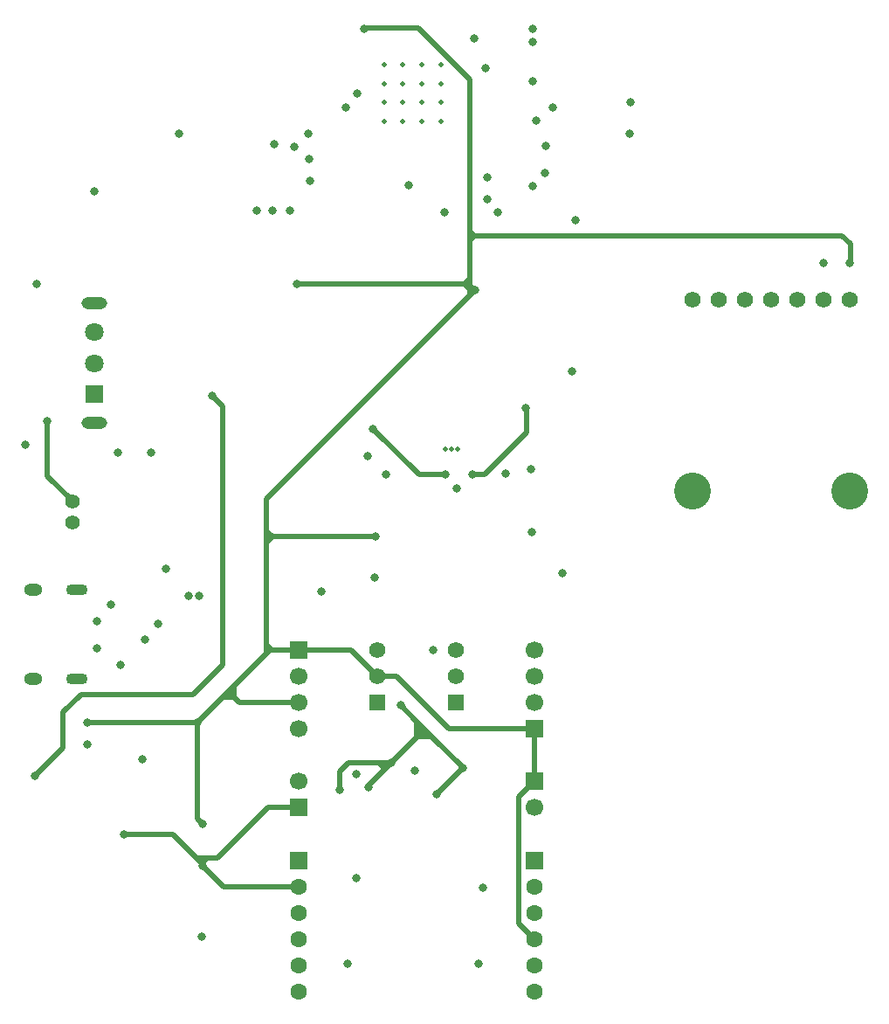
<source format=gbr>
%TF.GenerationSoftware,KiCad,Pcbnew,9.0.1*%
%TF.CreationDate,2025-06-12T08:49:48+02:00*%
%TF.ProjectId,MY-ESP32,4d592d45-5350-4333-922e-6b696361645f,rev?*%
%TF.SameCoordinates,Original*%
%TF.FileFunction,Copper,L2,Inr*%
%TF.FilePolarity,Positive*%
%FSLAX46Y46*%
G04 Gerber Fmt 4.6, Leading zero omitted, Abs format (unit mm)*
G04 Created by KiCad (PCBNEW 9.0.1) date 2025-06-12 08:49:48*
%MOMM*%
%LPD*%
G01*
G04 APERTURE LIST*
%TA.AperFunction,ComponentPad*%
%ADD10C,0.500000*%
%TD*%
%TA.AperFunction,ComponentPad*%
%ADD11C,1.400000*%
%TD*%
%TA.AperFunction,ComponentPad*%
%ADD12R,1.800000X1.800000*%
%TD*%
%TA.AperFunction,ComponentPad*%
%ADD13C,1.600000*%
%TD*%
%TA.AperFunction,ComponentPad*%
%ADD14C,1.800000*%
%TD*%
%TA.AperFunction,ComponentPad*%
%ADD15O,2.500000X1.200000*%
%TD*%
%TA.AperFunction,ComponentPad*%
%ADD16R,1.700000X1.700000*%
%TD*%
%TA.AperFunction,ComponentPad*%
%ADD17C,1.700000*%
%TD*%
%TA.AperFunction,ComponentPad*%
%ADD18R,1.575000X1.575000*%
%TD*%
%TA.AperFunction,ComponentPad*%
%ADD19C,1.575000*%
%TD*%
%TA.AperFunction,ComponentPad*%
%ADD20C,3.575000*%
%TD*%
%TA.AperFunction,ComponentPad*%
%ADD21O,2.100000X1.100000*%
%TD*%
%TA.AperFunction,ComponentPad*%
%ADD22O,1.800000X1.200000*%
%TD*%
%TA.AperFunction,ViaPad*%
%ADD23C,0.800000*%
%TD*%
%TA.AperFunction,Conductor*%
%ADD24C,0.508000*%
%TD*%
%TA.AperFunction,Conductor*%
%ADD25C,0.250000*%
%TD*%
%TA.AperFunction,Conductor*%
%ADD26C,0.254000*%
%TD*%
%TA.AperFunction,Conductor*%
%ADD27C,0.355600*%
%TD*%
G04 APERTURE END LIST*
D10*
%TO.N,GND*%
%TO.C,*%
X126233600Y-70866000D03*
%TD*%
D11*
%TO.N,/Battery_Voltage_Monitor_with_MOSFETS/V_Batt_Monitor_INPUT*%
%TO.C,U2*%
X92329000Y-107696000D03*
%TO.N,GND*%
X92329000Y-109696000D03*
%TD*%
D12*
%TO.N,GND*%
%TO.C,H6*%
X114300000Y-142468600D03*
D13*
%TO.N,EXT_5V*%
X114300000Y-145008600D03*
%TO.N,D32*%
X114300000Y-147548600D03*
%TO.N,D35*%
X114300000Y-150088600D03*
%TO.N,GND*%
X114300000Y-152628600D03*
X114300000Y-155168600D03*
%TD*%
D10*
%TO.N,GND*%
%TO.C,*%
X129692400Y-102616000D03*
%TD*%
D12*
%TO.N,VBAT*%
%TO.C,SW3*%
X94488000Y-97282000D03*
D14*
%TO.N,Net-(D2-C)*%
X94488000Y-94282000D03*
%TO.N,unconnected-(SW3-Pad3)*%
X94488000Y-91282000D03*
D15*
%TO.N,GND*%
X94488000Y-88482000D03*
X94488000Y-100082000D03*
%TD*%
D10*
%TO.N,GND*%
%TO.C,*%
X128549400Y-102610000D03*
%TD*%
%TO.N,GND*%
%TO.C,*%
X128066800Y-65354200D03*
%TD*%
%TO.N,GND*%
%TO.C,*%
X124380000Y-69020000D03*
%TD*%
D16*
%TO.N,+3V3*%
%TO.C,H3*%
X137160000Y-129692400D03*
D17*
%TO.N,GND*%
X137160000Y-127152400D03*
%TO.N,IO0*%
X137160000Y-124612400D03*
%TO.N,GND*%
X137160000Y-122072400D03*
%TD*%
D16*
%TO.N,+3V3*%
%TO.C,H8*%
X137160000Y-134772400D03*
D17*
%TO.N,GND*%
X137160000Y-137312400D03*
%TD*%
D10*
%TO.N,GND*%
%TO.C,*%
X126233600Y-65354200D03*
%TD*%
%TO.N,GND*%
%TO.C,*%
X122540000Y-69020000D03*
%TD*%
%TO.N,GND*%
%TO.C,*%
X128060000Y-67200000D03*
%TD*%
%TO.N,GND*%
%TO.C,*%
X129124200Y-102607550D03*
%TD*%
%TO.N,GND*%
%TO.C,*%
X124386800Y-65344200D03*
%TD*%
%TO.N,GND*%
%TO.C,*%
X128066800Y-70866000D03*
%TD*%
D16*
%TO.N,EXT_5V*%
%TO.C,H7*%
X114300000Y-137312400D03*
D17*
%TO.N,GND*%
X114300000Y-134772400D03*
%TD*%
D10*
%TO.N,GND*%
%TO.C,*%
X126226800Y-69030000D03*
%TD*%
%TO.N,GND*%
%TO.C,*%
X122546800Y-65344200D03*
%TD*%
%TO.N,GND*%
%TO.C,*%
X122540000Y-67190000D03*
%TD*%
D18*
%TO.N,D12*%
%TO.C,H1*%
X129540000Y-127203200D03*
D19*
%TO.N,D15*%
X129540000Y-124663200D03*
%TO.N,D2*%
X129540000Y-122123200D03*
%TD*%
D10*
%TO.N,GND*%
%TO.C,*%
X126226800Y-67200000D03*
%TD*%
%TO.N,GND*%
%TO.C,*%
X122546800Y-70856000D03*
%TD*%
D16*
%TO.N,+3V3*%
%TO.C,H4*%
X114300000Y-122072400D03*
D17*
%TO.N,D14*%
X114300000Y-124612400D03*
%TO.N,+3V3*%
X114300000Y-127152400D03*
%TO.N,GND*%
X114300000Y-129692400D03*
%TD*%
D20*
%TO.N,*%
%TO.C,U4*%
X167735600Y-106680000D03*
X152501600Y-106680000D03*
D19*
%TO.N,+3V3*%
X167741600Y-88162500D03*
%TO.N,GND*%
X165201600Y-88161500D03*
%TO.N,D22*%
X162661600Y-88160500D03*
%TO.N,D21*%
X160121600Y-88159500D03*
%TO.N,unconnected-(U4-INT-Pad5)*%
X157581600Y-88158500D03*
%TO.N,unconnected-(U4-RST-Pad6)*%
X155041600Y-88157500D03*
%TO.N,unconnected-(U4-32K-Pad7)*%
X152501600Y-88156500D03*
%TD*%
D10*
%TO.N,GND*%
%TO.C,*%
X124380000Y-67190000D03*
%TD*%
D21*
%TO.N,GND*%
%TO.C,U7*%
X92755100Y-116227050D03*
D22*
X88555100Y-116227050D03*
D21*
X92755100Y-124877050D03*
D22*
X88555100Y-124877050D03*
%TD*%
D12*
%TO.N,D5*%
%TO.C,H5*%
X137160000Y-142468600D03*
D13*
%TO.N,D18*%
X137160000Y-145008600D03*
%TO.N,D19*%
X137160000Y-147548600D03*
%TO.N,+3V3*%
X137160000Y-150088600D03*
%TO.N,GND*%
X137160000Y-152628600D03*
%TO.N,D23*%
X137160000Y-155168600D03*
%TD*%
D18*
%TO.N,GND*%
%TO.C,H2*%
X121920000Y-127203200D03*
D19*
%TO.N,+3V3*%
X121920000Y-124663200D03*
%TO.N,D13*%
X121920000Y-122123200D03*
%TD*%
D10*
%TO.N,GND*%
%TO.C,*%
X128060000Y-69030000D03*
%TD*%
%TO.N,GND*%
%TO.C,*%
X124386800Y-70856000D03*
%TD*%
D23*
%TO.N,+3V3*%
X121721100Y-111099600D03*
%TO.N,GND*%
X136855200Y-110693200D03*
X121666000Y-115062000D03*
%TO.N,D4*%
X139827000Y-114655600D03*
%TO.N,GND*%
X99103000Y-132677800D03*
X120954800Y-103301800D03*
X165201600Y-84582000D03*
X132181600Y-145101900D03*
X125526800Y-133773500D03*
X141122400Y-80467200D03*
X119913400Y-144212900D03*
X140817600Y-95127000D03*
X129622000Y-106405000D03*
X97010000Y-123510000D03*
X104919600Y-149860000D03*
X100685600Y-119546750D03*
X136804400Y-104546400D03*
X122758200Y-105079800D03*
X93815900Y-131197500D03*
X119024400Y-152467900D03*
X94469800Y-77649200D03*
X131724400Y-152518700D03*
X134391400Y-104978200D03*
%TO.N,IO0*%
X101425100Y-114207750D03*
X132600700Y-76263500D03*
X137007600Y-77114400D03*
%TO.N,ENA*%
X88900000Y-86593600D03*
X87782400Y-102209600D03*
%TO.N,+3V3*%
X120629027Y-61878400D03*
X114096800Y-86614000D03*
X167741600Y-84582000D03*
X104437000Y-129147900D03*
X104970400Y-138926200D03*
X131092000Y-105109200D03*
X131369000Y-87253000D03*
X136332000Y-98655000D03*
X93819800Y-129126400D03*
%TO.N,D15*%
X133630000Y-79660000D03*
%TO.N,D2*%
X119874600Y-134134500D03*
X132560000Y-78388400D03*
%TO.N,D14*%
X115350000Y-76657200D03*
X116510000Y-116452400D03*
%TO.N,/Battery_Voltage_Monitor_with_MOSFETS/V_Batt_Monitor_INPUT*%
X89916000Y-99872800D03*
%TO.N,EXT_5V*%
X97350000Y-139930000D03*
X105882925Y-97434400D03*
X88701700Y-134316800D03*
X104970400Y-143000000D03*
%TO.N,D12*%
X124990000Y-77090000D03*
X127355600Y-122072400D03*
%TO.N,D13*%
X128390000Y-79640000D03*
%TO.N,D4*%
X138120000Y-75860000D03*
%TO.N,D26*%
X111760000Y-79502000D03*
X113870000Y-73300000D03*
%TO.N,D27*%
X113400000Y-79465600D03*
X115320000Y-74540000D03*
%TO.N,D22*%
X136960000Y-63140000D03*
X146456400Y-68986400D03*
%TO.N,D23*%
X136998400Y-61878400D03*
%TO.N,D21*%
X146367500Y-72072500D03*
X136990000Y-66960000D03*
%TO.N,D5*%
X138214100Y-73266300D03*
%TO.N,D19*%
X138938000Y-69510000D03*
%TO.N,D18*%
X137287000Y-70768400D03*
%TO.N,D33*%
X110185200Y-79502000D03*
X111928700Y-73041300D03*
%TO.N,D35*%
X119964200Y-68122800D03*
%TO.N,D32*%
X118890000Y-69500000D03*
%TO.N,DN*%
X94716600Y-121942050D03*
X94716600Y-119275050D03*
%TO.N,/micro_SD-CARD_enable/3V3_Input_to_micro_SD-CARD*%
X130204600Y-133484500D03*
X118259600Y-135649500D03*
X124155200Y-127431800D03*
X127660400Y-136053400D03*
X123240800Y-133011500D03*
X121056400Y-135399100D03*
%TO.N,D25*%
X102692400Y-72038400D03*
X115240000Y-72038400D03*
%TO.N,D-*%
X99415600Y-121053050D03*
X96046549Y-117665250D03*
%TO.N,TXD0*%
X131343600Y-62869000D03*
X104634733Y-116865150D03*
X99949000Y-102946200D03*
X96799400Y-102946200D03*
%TO.N,RXD0*%
X103606600Y-116865150D03*
X132378400Y-65695000D03*
%TO.N,/Buck-Boost3.3V/Buck-Boost_INPUT*%
X121488400Y-100638800D03*
X128550575Y-105064560D03*
%TD*%
D24*
%TO.N,+3V3*%
X108004050Y-126641150D02*
X108000800Y-126644400D01*
X130496000Y-88126000D02*
X130863000Y-87759000D01*
X130863000Y-87759000D02*
X130863000Y-87325200D01*
X137160000Y-129692400D02*
X137134600Y-129717800D01*
X136352000Y-98675000D02*
X136352000Y-101040600D01*
X119339700Y-122072400D02*
X114300000Y-122072400D01*
X108508800Y-127152400D02*
X108000800Y-126644400D01*
X136332000Y-98655000D02*
X136352000Y-98675000D01*
X166979600Y-81940400D02*
X167792400Y-82753200D01*
X111150400Y-121310400D02*
X111150400Y-122072400D01*
X137160000Y-134772400D02*
X135636000Y-136296400D01*
X111150400Y-113919000D02*
X111150400Y-112979200D01*
X93819800Y-129126400D02*
X103980400Y-129126400D01*
X123799600Y-124612400D02*
X128879600Y-129692400D01*
X111641300Y-122072400D02*
X111395850Y-121826950D01*
X130880000Y-81026000D02*
X130880000Y-81502400D01*
X111150400Y-111099600D02*
X111150400Y-110210600D01*
X112344200Y-122072400D02*
X111641300Y-122072400D01*
X121920000Y-124612400D02*
X121879700Y-124612400D01*
X130880000Y-81502400D02*
X131318000Y-81940400D01*
X132283400Y-105109200D02*
X131092000Y-105109200D01*
X106937250Y-126647650D02*
X107470650Y-126114250D01*
X135636000Y-148564600D02*
X137160000Y-150088600D01*
X111150400Y-110210600D02*
X111150400Y-110540800D01*
X103980400Y-129126400D02*
X104415500Y-129126400D01*
X111150400Y-122434500D02*
X111150400Y-122072400D01*
X125908000Y-61853000D02*
X130880000Y-66825000D01*
X136352000Y-101040600D02*
X132283400Y-105109200D01*
X130880000Y-86730000D02*
X130863000Y-86747000D01*
X104415500Y-129126400D02*
X104437000Y-129147900D01*
X131318000Y-81940400D02*
X166979600Y-81940400D01*
X130880000Y-82550000D02*
X130880000Y-82378400D01*
X111150400Y-112014000D02*
X111150400Y-111658400D01*
X130372000Y-86614000D02*
X130880000Y-86106000D01*
X111150400Y-107471600D02*
X130496000Y-88126000D01*
X130863000Y-86747000D02*
X131369000Y-87253000D01*
X167792400Y-84531200D02*
X167741600Y-84582000D01*
X128879600Y-129692400D02*
X137160000Y-129692400D01*
X114300000Y-127152400D02*
X108508800Y-127152400D01*
X111150400Y-122072400D02*
X111641300Y-122072400D01*
X130880000Y-81940400D02*
X131318000Y-81940400D01*
X108004050Y-126641150D02*
X107997550Y-126647650D01*
X114300000Y-122072400D02*
X112344200Y-122072400D01*
X108004050Y-125580850D02*
X108004050Y-126641150D01*
X104437000Y-129147900D02*
X104437000Y-138392800D01*
X130496000Y-88126000D02*
X131369000Y-87253000D01*
X125476000Y-86614000D02*
X114096800Y-86614000D01*
X137160000Y-129692400D02*
X137160000Y-134772400D01*
X111150400Y-121310400D02*
X111150400Y-121581500D01*
X111150400Y-112979200D02*
X111150400Y-112014000D01*
X167792400Y-82753200D02*
X167792400Y-84531200D01*
X111150400Y-112014000D02*
X111150400Y-111099600D01*
X104437600Y-129148500D02*
X104437000Y-129147900D01*
X130352800Y-86614000D02*
X125476000Y-86614000D01*
X130863000Y-87325200D02*
X130863000Y-87105000D01*
X137160000Y-134713300D02*
X137134600Y-134738700D01*
X120701025Y-61853000D02*
X125908000Y-61853000D01*
X108004050Y-125580850D02*
X111150400Y-122434500D01*
X130880000Y-86106000D02*
X130880000Y-86730000D01*
X130730000Y-86614000D02*
X130352800Y-86614000D01*
X111395850Y-121826950D02*
X111150400Y-121581500D01*
X137134600Y-129709500D02*
X137117500Y-129692400D01*
X111512500Y-122072400D02*
X111150400Y-122434500D01*
X104437000Y-129147900D02*
X106937250Y-126647650D01*
X108000800Y-126644400D02*
X107470650Y-126114250D01*
X111150400Y-121310400D02*
X111150400Y-113919000D01*
D25*
X121920000Y-124612400D02*
X121913900Y-124612400D01*
D24*
X111150400Y-110210600D02*
X111150400Y-107471600D01*
X112344200Y-122072400D02*
X111512500Y-122072400D01*
X130880000Y-82550000D02*
X130880000Y-86106000D01*
X104437000Y-138392800D02*
X104970400Y-138926200D01*
X131369000Y-87253000D02*
X130730000Y-86614000D01*
X135636000Y-136296400D02*
X135636000Y-148564600D01*
X130880000Y-82378400D02*
X131318000Y-81940400D01*
D26*
X121920000Y-124612400D02*
X121920000Y-124652700D01*
D24*
X130880000Y-81026000D02*
X130880000Y-81940400D01*
X107470650Y-126114250D02*
X108004050Y-125580850D01*
X121920000Y-124612400D02*
X123799600Y-124612400D01*
X120629027Y-61878400D02*
X120675625Y-61878400D01*
X130863000Y-87105000D02*
X130372000Y-86614000D01*
X121879700Y-124612400D02*
X119339700Y-122072400D01*
X107997550Y-126647650D02*
X106937250Y-126647650D01*
X130880000Y-66825000D02*
X130880000Y-81026000D01*
X120675625Y-61878400D02*
X120701025Y-61853000D01*
X130863000Y-87325200D02*
X130863000Y-86747000D01*
X130352800Y-86614000D02*
X130372000Y-86614000D01*
X130880000Y-81940400D02*
X130880000Y-82550000D01*
%TO.N,/Battery_Voltage_Monitor_with_MOSFETS/V_Batt_Monitor_INPUT*%
X89916000Y-99872800D02*
X89916000Y-105224550D01*
X89916000Y-105224550D02*
X92329000Y-107637550D01*
X92329000Y-107637550D02*
X92329000Y-107696000D01*
%TO.N,EXT_5V*%
X88782900Y-134398000D02*
X88701700Y-134316800D01*
X104394000Y-142265400D02*
X104970400Y-142265400D01*
X106908600Y-123545600D02*
X104063800Y-126390400D01*
X105892600Y-97434400D02*
X106908600Y-98450400D01*
X104970400Y-143000000D02*
X104970400Y-142841800D01*
X102058600Y-139930000D02*
X104394000Y-142265400D01*
X106979000Y-145008600D02*
X114300000Y-145008600D01*
X106908600Y-98450400D02*
X106908600Y-123545600D01*
X104970400Y-143000000D02*
X106979000Y-145008600D01*
X97350000Y-139930000D02*
X102058600Y-139930000D01*
X105410000Y-142265400D02*
X106400600Y-142265400D01*
X104970400Y-142705000D02*
X105410000Y-142265400D01*
X104970400Y-143000000D02*
X104970400Y-142705000D01*
X111353600Y-137312400D02*
X114300000Y-137312400D01*
X93193800Y-126390400D02*
X91440000Y-128144200D01*
X91440000Y-131578500D02*
X88701700Y-134316800D01*
X104970400Y-142265400D02*
X105410000Y-142265400D01*
X91440000Y-128144200D02*
X91440000Y-131578500D01*
X88782900Y-134270800D02*
X88782900Y-134398000D01*
X104063800Y-126390400D02*
X93193800Y-126390400D01*
X105882925Y-97434400D02*
X105892600Y-97434400D01*
X106400600Y-142265400D02*
X111353600Y-137312400D01*
X104970400Y-142841800D02*
X104394000Y-142265400D01*
X104970400Y-142265400D02*
X104970400Y-143000000D01*
%TO.N,/micro_SD-CARD_enable/3V3_Input_to_micro_SD-CARD*%
X122000000Y-133011500D02*
X122071500Y-133011500D01*
D25*
X118269600Y-135639500D02*
X118259600Y-135649500D01*
D24*
X122000000Y-133011500D02*
X119148500Y-133011500D01*
X127266700Y-130543300D02*
X127220300Y-130496900D01*
X125294050Y-130958250D02*
X123240800Y-133011500D01*
X119148500Y-133011500D02*
X118259600Y-133900400D01*
X130204600Y-133481200D02*
X130204600Y-133484500D01*
X124155200Y-127431800D02*
X125755400Y-129032000D01*
X122071500Y-133011500D02*
X122656150Y-133596150D01*
X126534500Y-130496900D02*
X125755400Y-129717800D01*
X126568200Y-130496900D02*
X125755400Y-130496900D01*
X127266700Y-130543300D02*
X130204600Y-133481200D01*
X127220300Y-130496900D02*
X126568200Y-130496900D01*
X125755400Y-129032000D02*
X127266700Y-130543300D01*
X125755400Y-129717800D02*
X125755400Y-130496900D01*
X121056400Y-135399100D02*
X121056400Y-135195900D01*
X130204600Y-133484500D02*
X130204600Y-133509200D01*
X123240800Y-133011500D02*
X122000000Y-133011500D01*
X118259600Y-133900400D02*
X118259600Y-135649500D01*
X125755400Y-129032000D02*
X125755400Y-129717800D01*
X126568200Y-130496900D02*
X126534500Y-130496900D01*
D27*
X127660400Y-136053400D02*
X127660400Y-136028700D01*
D24*
X124155200Y-127431800D02*
X124180600Y-127431800D01*
X122656150Y-133596150D02*
X123240800Y-133011500D01*
X126011150Y-130241150D02*
X125294050Y-130958250D01*
X130204600Y-133509200D02*
X127660400Y-136053400D01*
X125755400Y-130496900D02*
X125294050Y-130958250D01*
X121056400Y-135195900D02*
X122656150Y-133596150D01*
%TO.N,/Buck-Boost3.3V/Buck-Boost_INPUT*%
X128505935Y-105109200D02*
X125958800Y-105109200D01*
X128550575Y-105064560D02*
X128505935Y-105109200D01*
X121488400Y-100562600D02*
X121488400Y-100638800D01*
X121501100Y-100549900D02*
X121488400Y-100562600D01*
X125958800Y-105109200D02*
X121488400Y-100638800D01*
%TO.N,+3V3*%
X111150400Y-110540800D02*
X111709200Y-111099600D01*
X111709200Y-111099600D02*
X111150400Y-111099600D01*
X111150400Y-111658400D02*
X111709200Y-111099600D01*
X121721100Y-111099600D02*
X111709200Y-111099600D01*
%TD*%
M02*

</source>
